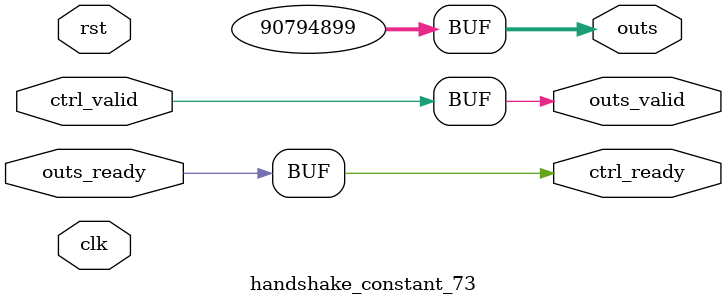
<source format=v>
`timescale 1ns / 1ps
module handshake_constant_73 #(
  parameter DATA_WIDTH = 32  // Default set to 32 bits
) (
  input                       clk,
  input                       rst,
  // Input Channel
  input                       ctrl_valid,
  output                      ctrl_ready,
  // Output Channel
  output [DATA_WIDTH - 1 : 0] outs,
  output                      outs_valid,
  input                       outs_ready
);
  assign outs       = 27'b101011010010110101110010011;
  assign outs_valid = ctrl_valid;
  assign ctrl_ready = outs_ready;

endmodule

</source>
